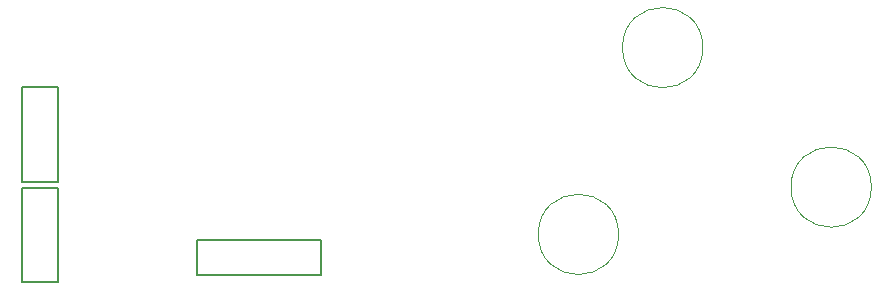
<source format=gbr>
%TF.GenerationSoftware,KiCad,Pcbnew,4.0.4+dfsg1-stable*%
%TF.CreationDate,2017-02-07T18:25:49+01:00*%
%TF.ProjectId,power,706F7765722E6B696361645F70636200,rev?*%
%TF.FileFunction,Other,User*%
%FSLAX46Y46*%
G04 Gerber Fmt 4.6, Leading zero omitted, Abs format (unit mm)*
G04 Created by KiCad (PCBNEW 4.0.4+dfsg1-stable) date Tue Feb  7 18:25:49 2017*
%MOMM*%
%LPD*%
G01*
G04 APERTURE LIST*
%ADD10C,0.100000*%
%ADD11C,0.150000*%
%ADD12C,0.050000*%
G04 APERTURE END LIST*
D10*
D11*
X20800000Y8100000D02*
X31300000Y8100000D01*
X31300000Y8100000D02*
X31300000Y5100000D01*
X31300000Y5100000D02*
X20800000Y5100000D01*
X20800000Y5100000D02*
X20800000Y8100000D01*
X6000000Y13000000D02*
X6000000Y21000000D01*
X6000000Y21000000D02*
X9000000Y21000000D01*
X9000000Y21000000D02*
X9000000Y13000000D01*
X9000000Y13000000D02*
X6000000Y13000000D01*
X9000000Y12500000D02*
X9000000Y4500000D01*
X9000000Y4500000D02*
X6000000Y4500000D01*
X6000000Y4500000D02*
X6000000Y12500000D01*
X6000000Y12500000D02*
X9000000Y12500000D01*
D12*
X77900000Y12550000D02*
G75*
G03X77900000Y12550000I-3400000J0D01*
G01*
X63630000Y24360000D02*
G75*
G03X63630000Y24360000I-3400000J0D01*
G01*
X56500000Y8550000D02*
G75*
G03X56500000Y8550000I-3400000J0D01*
G01*
M02*

</source>
